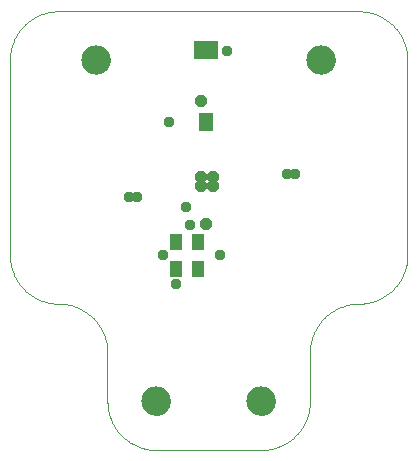
<source format=gts>
G75*
%MOIN*%
%OFA0B0*%
%FSLAX25Y25*%
%IPPOS*%
%LPD*%
%AMOC8*
5,1,8,0,0,1.08239X$1,22.5*
%
%ADD10C,0.00000*%
%ADD11C,0.09800*%
%ADD12R,0.03950X0.05524*%
%ADD13R,0.05131X0.05918*%
%ADD14R,0.08280X0.05918*%
%ADD15C,0.03778*%
%ADD16OC8,0.03778*%
D10*
X0047650Y0035150D02*
X0047645Y0035543D01*
X0047631Y0035935D01*
X0047607Y0036327D01*
X0047574Y0036718D01*
X0047532Y0037109D01*
X0047479Y0037498D01*
X0047418Y0037886D01*
X0047347Y0038272D01*
X0047267Y0038656D01*
X0047178Y0039039D01*
X0047079Y0039419D01*
X0046971Y0039797D01*
X0046855Y0040172D01*
X0046729Y0040544D01*
X0046594Y0040912D01*
X0046450Y0041278D01*
X0046298Y0041640D01*
X0046137Y0041998D01*
X0045967Y0042352D01*
X0045789Y0042702D01*
X0045602Y0043047D01*
X0045407Y0043388D01*
X0045204Y0043724D01*
X0044993Y0044055D01*
X0044773Y0044381D01*
X0044547Y0044702D01*
X0044312Y0045016D01*
X0044070Y0045326D01*
X0043820Y0045629D01*
X0043563Y0045926D01*
X0043299Y0046217D01*
X0043028Y0046501D01*
X0042751Y0046778D01*
X0042467Y0047049D01*
X0042176Y0047313D01*
X0041879Y0047570D01*
X0041576Y0047820D01*
X0041266Y0048062D01*
X0040952Y0048297D01*
X0040631Y0048523D01*
X0040305Y0048743D01*
X0039974Y0048954D01*
X0039638Y0049157D01*
X0039297Y0049352D01*
X0038952Y0049539D01*
X0038602Y0049717D01*
X0038248Y0049887D01*
X0037890Y0050048D01*
X0037528Y0050200D01*
X0037162Y0050344D01*
X0036794Y0050479D01*
X0036422Y0050605D01*
X0036047Y0050721D01*
X0035669Y0050829D01*
X0035289Y0050928D01*
X0034906Y0051017D01*
X0034522Y0051097D01*
X0034136Y0051168D01*
X0033748Y0051229D01*
X0033359Y0051282D01*
X0032968Y0051324D01*
X0032577Y0051357D01*
X0032185Y0051381D01*
X0031793Y0051395D01*
X0031400Y0051400D01*
X0031007Y0051405D01*
X0030615Y0051419D01*
X0030223Y0051443D01*
X0029832Y0051476D01*
X0029441Y0051518D01*
X0029052Y0051571D01*
X0028664Y0051632D01*
X0028278Y0051703D01*
X0027894Y0051783D01*
X0027511Y0051872D01*
X0027131Y0051971D01*
X0026753Y0052079D01*
X0026378Y0052195D01*
X0026006Y0052321D01*
X0025638Y0052456D01*
X0025272Y0052600D01*
X0024910Y0052752D01*
X0024552Y0052913D01*
X0024198Y0053083D01*
X0023848Y0053261D01*
X0023503Y0053448D01*
X0023162Y0053643D01*
X0022826Y0053846D01*
X0022495Y0054057D01*
X0022169Y0054277D01*
X0021848Y0054503D01*
X0021534Y0054738D01*
X0021224Y0054980D01*
X0020921Y0055230D01*
X0020624Y0055487D01*
X0020333Y0055751D01*
X0020049Y0056022D01*
X0019772Y0056299D01*
X0019501Y0056583D01*
X0019237Y0056874D01*
X0018980Y0057171D01*
X0018730Y0057474D01*
X0018488Y0057784D01*
X0018253Y0058098D01*
X0018027Y0058419D01*
X0017807Y0058745D01*
X0017596Y0059076D01*
X0017393Y0059412D01*
X0017198Y0059753D01*
X0017011Y0060098D01*
X0016833Y0060448D01*
X0016663Y0060802D01*
X0016502Y0061160D01*
X0016350Y0061522D01*
X0016206Y0061888D01*
X0016071Y0062256D01*
X0015945Y0062628D01*
X0015829Y0063003D01*
X0015721Y0063381D01*
X0015622Y0063761D01*
X0015533Y0064144D01*
X0015453Y0064528D01*
X0015382Y0064914D01*
X0015321Y0065302D01*
X0015268Y0065691D01*
X0015226Y0066082D01*
X0015193Y0066473D01*
X0015169Y0066865D01*
X0015155Y0067257D01*
X0015150Y0067650D01*
X0015150Y0132650D01*
X0015155Y0133043D01*
X0015169Y0133435D01*
X0015193Y0133827D01*
X0015226Y0134218D01*
X0015268Y0134609D01*
X0015321Y0134998D01*
X0015382Y0135386D01*
X0015453Y0135772D01*
X0015533Y0136156D01*
X0015622Y0136539D01*
X0015721Y0136919D01*
X0015829Y0137297D01*
X0015945Y0137672D01*
X0016071Y0138044D01*
X0016206Y0138412D01*
X0016350Y0138778D01*
X0016502Y0139140D01*
X0016663Y0139498D01*
X0016833Y0139852D01*
X0017011Y0140202D01*
X0017198Y0140547D01*
X0017393Y0140888D01*
X0017596Y0141224D01*
X0017807Y0141555D01*
X0018027Y0141881D01*
X0018253Y0142202D01*
X0018488Y0142516D01*
X0018730Y0142826D01*
X0018980Y0143129D01*
X0019237Y0143426D01*
X0019501Y0143717D01*
X0019772Y0144001D01*
X0020049Y0144278D01*
X0020333Y0144549D01*
X0020624Y0144813D01*
X0020921Y0145070D01*
X0021224Y0145320D01*
X0021534Y0145562D01*
X0021848Y0145797D01*
X0022169Y0146023D01*
X0022495Y0146243D01*
X0022826Y0146454D01*
X0023162Y0146657D01*
X0023503Y0146852D01*
X0023848Y0147039D01*
X0024198Y0147217D01*
X0024552Y0147387D01*
X0024910Y0147548D01*
X0025272Y0147700D01*
X0025638Y0147844D01*
X0026006Y0147979D01*
X0026378Y0148105D01*
X0026753Y0148221D01*
X0027131Y0148329D01*
X0027511Y0148428D01*
X0027894Y0148517D01*
X0028278Y0148597D01*
X0028664Y0148668D01*
X0029052Y0148729D01*
X0029441Y0148782D01*
X0029832Y0148824D01*
X0030223Y0148857D01*
X0030615Y0148881D01*
X0031007Y0148895D01*
X0031400Y0148900D01*
X0131400Y0148900D01*
X0131793Y0148895D01*
X0132185Y0148881D01*
X0132577Y0148857D01*
X0132968Y0148824D01*
X0133359Y0148782D01*
X0133748Y0148729D01*
X0134136Y0148668D01*
X0134522Y0148597D01*
X0134906Y0148517D01*
X0135289Y0148428D01*
X0135669Y0148329D01*
X0136047Y0148221D01*
X0136422Y0148105D01*
X0136794Y0147979D01*
X0137162Y0147844D01*
X0137528Y0147700D01*
X0137890Y0147548D01*
X0138248Y0147387D01*
X0138602Y0147217D01*
X0138952Y0147039D01*
X0139297Y0146852D01*
X0139638Y0146657D01*
X0139974Y0146454D01*
X0140305Y0146243D01*
X0140631Y0146023D01*
X0140952Y0145797D01*
X0141266Y0145562D01*
X0141576Y0145320D01*
X0141879Y0145070D01*
X0142176Y0144813D01*
X0142467Y0144549D01*
X0142751Y0144278D01*
X0143028Y0144001D01*
X0143299Y0143717D01*
X0143563Y0143426D01*
X0143820Y0143129D01*
X0144070Y0142826D01*
X0144312Y0142516D01*
X0144547Y0142202D01*
X0144773Y0141881D01*
X0144993Y0141555D01*
X0145204Y0141224D01*
X0145407Y0140888D01*
X0145602Y0140547D01*
X0145789Y0140202D01*
X0145967Y0139852D01*
X0146137Y0139498D01*
X0146298Y0139140D01*
X0146450Y0138778D01*
X0146594Y0138412D01*
X0146729Y0138044D01*
X0146855Y0137672D01*
X0146971Y0137297D01*
X0147079Y0136919D01*
X0147178Y0136539D01*
X0147267Y0136156D01*
X0147347Y0135772D01*
X0147418Y0135386D01*
X0147479Y0134998D01*
X0147532Y0134609D01*
X0147574Y0134218D01*
X0147607Y0133827D01*
X0147631Y0133435D01*
X0147645Y0133043D01*
X0147650Y0132650D01*
X0147650Y0067650D01*
X0147645Y0067257D01*
X0147631Y0066865D01*
X0147607Y0066473D01*
X0147574Y0066082D01*
X0147532Y0065691D01*
X0147479Y0065302D01*
X0147418Y0064914D01*
X0147347Y0064528D01*
X0147267Y0064144D01*
X0147178Y0063761D01*
X0147079Y0063381D01*
X0146971Y0063003D01*
X0146855Y0062628D01*
X0146729Y0062256D01*
X0146594Y0061888D01*
X0146450Y0061522D01*
X0146298Y0061160D01*
X0146137Y0060802D01*
X0145967Y0060448D01*
X0145789Y0060098D01*
X0145602Y0059753D01*
X0145407Y0059412D01*
X0145204Y0059076D01*
X0144993Y0058745D01*
X0144773Y0058419D01*
X0144547Y0058098D01*
X0144312Y0057784D01*
X0144070Y0057474D01*
X0143820Y0057171D01*
X0143563Y0056874D01*
X0143299Y0056583D01*
X0143028Y0056299D01*
X0142751Y0056022D01*
X0142467Y0055751D01*
X0142176Y0055487D01*
X0141879Y0055230D01*
X0141576Y0054980D01*
X0141266Y0054738D01*
X0140952Y0054503D01*
X0140631Y0054277D01*
X0140305Y0054057D01*
X0139974Y0053846D01*
X0139638Y0053643D01*
X0139297Y0053448D01*
X0138952Y0053261D01*
X0138602Y0053083D01*
X0138248Y0052913D01*
X0137890Y0052752D01*
X0137528Y0052600D01*
X0137162Y0052456D01*
X0136794Y0052321D01*
X0136422Y0052195D01*
X0136047Y0052079D01*
X0135669Y0051971D01*
X0135289Y0051872D01*
X0134906Y0051783D01*
X0134522Y0051703D01*
X0134136Y0051632D01*
X0133748Y0051571D01*
X0133359Y0051518D01*
X0132968Y0051476D01*
X0132577Y0051443D01*
X0132185Y0051419D01*
X0131793Y0051405D01*
X0131400Y0051400D01*
X0131007Y0051395D01*
X0130615Y0051381D01*
X0130223Y0051357D01*
X0129832Y0051324D01*
X0129441Y0051282D01*
X0129052Y0051229D01*
X0128664Y0051168D01*
X0128278Y0051097D01*
X0127894Y0051017D01*
X0127511Y0050928D01*
X0127131Y0050829D01*
X0126753Y0050721D01*
X0126378Y0050605D01*
X0126006Y0050479D01*
X0125638Y0050344D01*
X0125272Y0050200D01*
X0124910Y0050048D01*
X0124552Y0049887D01*
X0124198Y0049717D01*
X0123848Y0049539D01*
X0123503Y0049352D01*
X0123162Y0049157D01*
X0122826Y0048954D01*
X0122495Y0048743D01*
X0122169Y0048523D01*
X0121848Y0048297D01*
X0121534Y0048062D01*
X0121224Y0047820D01*
X0120921Y0047570D01*
X0120624Y0047313D01*
X0120333Y0047049D01*
X0120049Y0046778D01*
X0119772Y0046501D01*
X0119501Y0046217D01*
X0119237Y0045926D01*
X0118980Y0045629D01*
X0118730Y0045326D01*
X0118488Y0045016D01*
X0118253Y0044702D01*
X0118027Y0044381D01*
X0117807Y0044055D01*
X0117596Y0043724D01*
X0117393Y0043388D01*
X0117198Y0043047D01*
X0117011Y0042702D01*
X0116833Y0042352D01*
X0116663Y0041998D01*
X0116502Y0041640D01*
X0116350Y0041278D01*
X0116206Y0040912D01*
X0116071Y0040544D01*
X0115945Y0040172D01*
X0115829Y0039797D01*
X0115721Y0039419D01*
X0115622Y0039039D01*
X0115533Y0038656D01*
X0115453Y0038272D01*
X0115382Y0037886D01*
X0115321Y0037498D01*
X0115268Y0037109D01*
X0115226Y0036718D01*
X0115193Y0036327D01*
X0115169Y0035935D01*
X0115155Y0035543D01*
X0115150Y0035150D01*
X0115150Y0018900D01*
X0115145Y0018507D01*
X0115131Y0018115D01*
X0115107Y0017723D01*
X0115074Y0017332D01*
X0115032Y0016941D01*
X0114979Y0016552D01*
X0114918Y0016164D01*
X0114847Y0015778D01*
X0114767Y0015394D01*
X0114678Y0015011D01*
X0114579Y0014631D01*
X0114471Y0014253D01*
X0114355Y0013878D01*
X0114229Y0013506D01*
X0114094Y0013138D01*
X0113950Y0012772D01*
X0113798Y0012410D01*
X0113637Y0012052D01*
X0113467Y0011698D01*
X0113289Y0011348D01*
X0113102Y0011003D01*
X0112907Y0010662D01*
X0112704Y0010326D01*
X0112493Y0009995D01*
X0112273Y0009669D01*
X0112047Y0009348D01*
X0111812Y0009034D01*
X0111570Y0008724D01*
X0111320Y0008421D01*
X0111063Y0008124D01*
X0110799Y0007833D01*
X0110528Y0007549D01*
X0110251Y0007272D01*
X0109967Y0007001D01*
X0109676Y0006737D01*
X0109379Y0006480D01*
X0109076Y0006230D01*
X0108766Y0005988D01*
X0108452Y0005753D01*
X0108131Y0005527D01*
X0107805Y0005307D01*
X0107474Y0005096D01*
X0107138Y0004893D01*
X0106797Y0004698D01*
X0106452Y0004511D01*
X0106102Y0004333D01*
X0105748Y0004163D01*
X0105390Y0004002D01*
X0105028Y0003850D01*
X0104662Y0003706D01*
X0104294Y0003571D01*
X0103922Y0003445D01*
X0103547Y0003329D01*
X0103169Y0003221D01*
X0102789Y0003122D01*
X0102406Y0003033D01*
X0102022Y0002953D01*
X0101636Y0002882D01*
X0101248Y0002821D01*
X0100859Y0002768D01*
X0100468Y0002726D01*
X0100077Y0002693D01*
X0099685Y0002669D01*
X0099293Y0002655D01*
X0098900Y0002650D01*
X0063900Y0002650D01*
X0063507Y0002655D01*
X0063115Y0002669D01*
X0062723Y0002693D01*
X0062332Y0002726D01*
X0061941Y0002768D01*
X0061552Y0002821D01*
X0061164Y0002882D01*
X0060778Y0002953D01*
X0060394Y0003033D01*
X0060011Y0003122D01*
X0059631Y0003221D01*
X0059253Y0003329D01*
X0058878Y0003445D01*
X0058506Y0003571D01*
X0058138Y0003706D01*
X0057772Y0003850D01*
X0057410Y0004002D01*
X0057052Y0004163D01*
X0056698Y0004333D01*
X0056348Y0004511D01*
X0056003Y0004698D01*
X0055662Y0004893D01*
X0055326Y0005096D01*
X0054995Y0005307D01*
X0054669Y0005527D01*
X0054348Y0005753D01*
X0054034Y0005988D01*
X0053724Y0006230D01*
X0053421Y0006480D01*
X0053124Y0006737D01*
X0052833Y0007001D01*
X0052549Y0007272D01*
X0052272Y0007549D01*
X0052001Y0007833D01*
X0051737Y0008124D01*
X0051480Y0008421D01*
X0051230Y0008724D01*
X0050988Y0009034D01*
X0050753Y0009348D01*
X0050527Y0009669D01*
X0050307Y0009995D01*
X0050096Y0010326D01*
X0049893Y0010662D01*
X0049698Y0011003D01*
X0049511Y0011348D01*
X0049333Y0011698D01*
X0049163Y0012052D01*
X0049002Y0012410D01*
X0048850Y0012772D01*
X0048706Y0013138D01*
X0048571Y0013506D01*
X0048445Y0013878D01*
X0048329Y0014253D01*
X0048221Y0014631D01*
X0048122Y0015011D01*
X0048033Y0015394D01*
X0047953Y0015778D01*
X0047882Y0016164D01*
X0047821Y0016552D01*
X0047768Y0016941D01*
X0047726Y0017332D01*
X0047693Y0017723D01*
X0047669Y0018115D01*
X0047655Y0018507D01*
X0047650Y0018900D01*
X0047650Y0035150D01*
X0059400Y0018900D02*
X0059402Y0019034D01*
X0059408Y0019168D01*
X0059418Y0019301D01*
X0059432Y0019435D01*
X0059450Y0019568D01*
X0059472Y0019700D01*
X0059497Y0019831D01*
X0059527Y0019962D01*
X0059561Y0020092D01*
X0059598Y0020220D01*
X0059639Y0020348D01*
X0059684Y0020474D01*
X0059733Y0020599D01*
X0059785Y0020722D01*
X0059841Y0020844D01*
X0059901Y0020964D01*
X0059964Y0021082D01*
X0060031Y0021198D01*
X0060101Y0021312D01*
X0060175Y0021424D01*
X0060252Y0021534D01*
X0060332Y0021642D01*
X0060415Y0021747D01*
X0060501Y0021849D01*
X0060590Y0021949D01*
X0060683Y0022046D01*
X0060778Y0022141D01*
X0060876Y0022232D01*
X0060976Y0022321D01*
X0061079Y0022406D01*
X0061185Y0022489D01*
X0061293Y0022568D01*
X0061403Y0022644D01*
X0061516Y0022717D01*
X0061631Y0022786D01*
X0061747Y0022852D01*
X0061866Y0022914D01*
X0061986Y0022973D01*
X0062109Y0023028D01*
X0062232Y0023080D01*
X0062357Y0023127D01*
X0062484Y0023171D01*
X0062612Y0023212D01*
X0062741Y0023248D01*
X0062871Y0023281D01*
X0063002Y0023309D01*
X0063133Y0023334D01*
X0063266Y0023355D01*
X0063399Y0023372D01*
X0063532Y0023385D01*
X0063666Y0023394D01*
X0063800Y0023399D01*
X0063934Y0023400D01*
X0064067Y0023397D01*
X0064201Y0023390D01*
X0064335Y0023379D01*
X0064468Y0023364D01*
X0064601Y0023345D01*
X0064733Y0023322D01*
X0064864Y0023296D01*
X0064994Y0023265D01*
X0065124Y0023230D01*
X0065252Y0023192D01*
X0065379Y0023150D01*
X0065505Y0023104D01*
X0065630Y0023054D01*
X0065753Y0023001D01*
X0065874Y0022944D01*
X0065994Y0022883D01*
X0066111Y0022819D01*
X0066227Y0022752D01*
X0066341Y0022681D01*
X0066452Y0022606D01*
X0066561Y0022529D01*
X0066668Y0022448D01*
X0066773Y0022364D01*
X0066874Y0022277D01*
X0066974Y0022187D01*
X0067070Y0022094D01*
X0067164Y0021998D01*
X0067255Y0021899D01*
X0067342Y0021798D01*
X0067427Y0021694D01*
X0067509Y0021588D01*
X0067587Y0021480D01*
X0067662Y0021369D01*
X0067734Y0021256D01*
X0067803Y0021140D01*
X0067868Y0021023D01*
X0067929Y0020904D01*
X0067987Y0020783D01*
X0068041Y0020661D01*
X0068092Y0020537D01*
X0068139Y0020411D01*
X0068182Y0020284D01*
X0068221Y0020156D01*
X0068257Y0020027D01*
X0068288Y0019897D01*
X0068316Y0019766D01*
X0068340Y0019634D01*
X0068360Y0019501D01*
X0068376Y0019368D01*
X0068388Y0019235D01*
X0068396Y0019101D01*
X0068400Y0018967D01*
X0068400Y0018833D01*
X0068396Y0018699D01*
X0068388Y0018565D01*
X0068376Y0018432D01*
X0068360Y0018299D01*
X0068340Y0018166D01*
X0068316Y0018034D01*
X0068288Y0017903D01*
X0068257Y0017773D01*
X0068221Y0017644D01*
X0068182Y0017516D01*
X0068139Y0017389D01*
X0068092Y0017263D01*
X0068041Y0017139D01*
X0067987Y0017017D01*
X0067929Y0016896D01*
X0067868Y0016777D01*
X0067803Y0016660D01*
X0067734Y0016544D01*
X0067662Y0016431D01*
X0067587Y0016320D01*
X0067509Y0016212D01*
X0067427Y0016106D01*
X0067342Y0016002D01*
X0067255Y0015901D01*
X0067164Y0015802D01*
X0067070Y0015706D01*
X0066974Y0015613D01*
X0066874Y0015523D01*
X0066773Y0015436D01*
X0066668Y0015352D01*
X0066561Y0015271D01*
X0066452Y0015194D01*
X0066341Y0015119D01*
X0066227Y0015048D01*
X0066111Y0014981D01*
X0065994Y0014917D01*
X0065874Y0014856D01*
X0065753Y0014799D01*
X0065630Y0014746D01*
X0065505Y0014696D01*
X0065379Y0014650D01*
X0065252Y0014608D01*
X0065124Y0014570D01*
X0064994Y0014535D01*
X0064864Y0014504D01*
X0064733Y0014478D01*
X0064601Y0014455D01*
X0064468Y0014436D01*
X0064335Y0014421D01*
X0064201Y0014410D01*
X0064067Y0014403D01*
X0063934Y0014400D01*
X0063800Y0014401D01*
X0063666Y0014406D01*
X0063532Y0014415D01*
X0063399Y0014428D01*
X0063266Y0014445D01*
X0063133Y0014466D01*
X0063002Y0014491D01*
X0062871Y0014519D01*
X0062741Y0014552D01*
X0062612Y0014588D01*
X0062484Y0014629D01*
X0062357Y0014673D01*
X0062232Y0014720D01*
X0062109Y0014772D01*
X0061986Y0014827D01*
X0061866Y0014886D01*
X0061747Y0014948D01*
X0061631Y0015014D01*
X0061516Y0015083D01*
X0061403Y0015156D01*
X0061293Y0015232D01*
X0061185Y0015311D01*
X0061079Y0015394D01*
X0060976Y0015479D01*
X0060876Y0015568D01*
X0060778Y0015659D01*
X0060683Y0015754D01*
X0060590Y0015851D01*
X0060501Y0015951D01*
X0060415Y0016053D01*
X0060332Y0016158D01*
X0060252Y0016266D01*
X0060175Y0016376D01*
X0060101Y0016488D01*
X0060031Y0016602D01*
X0059964Y0016718D01*
X0059901Y0016836D01*
X0059841Y0016956D01*
X0059785Y0017078D01*
X0059733Y0017201D01*
X0059684Y0017326D01*
X0059639Y0017452D01*
X0059598Y0017580D01*
X0059561Y0017708D01*
X0059527Y0017838D01*
X0059497Y0017969D01*
X0059472Y0018100D01*
X0059450Y0018232D01*
X0059432Y0018365D01*
X0059418Y0018499D01*
X0059408Y0018632D01*
X0059402Y0018766D01*
X0059400Y0018900D01*
X0094400Y0018900D02*
X0094402Y0019034D01*
X0094408Y0019168D01*
X0094418Y0019301D01*
X0094432Y0019435D01*
X0094450Y0019568D01*
X0094472Y0019700D01*
X0094497Y0019831D01*
X0094527Y0019962D01*
X0094561Y0020092D01*
X0094598Y0020220D01*
X0094639Y0020348D01*
X0094684Y0020474D01*
X0094733Y0020599D01*
X0094785Y0020722D01*
X0094841Y0020844D01*
X0094901Y0020964D01*
X0094964Y0021082D01*
X0095031Y0021198D01*
X0095101Y0021312D01*
X0095175Y0021424D01*
X0095252Y0021534D01*
X0095332Y0021642D01*
X0095415Y0021747D01*
X0095501Y0021849D01*
X0095590Y0021949D01*
X0095683Y0022046D01*
X0095778Y0022141D01*
X0095876Y0022232D01*
X0095976Y0022321D01*
X0096079Y0022406D01*
X0096185Y0022489D01*
X0096293Y0022568D01*
X0096403Y0022644D01*
X0096516Y0022717D01*
X0096631Y0022786D01*
X0096747Y0022852D01*
X0096866Y0022914D01*
X0096986Y0022973D01*
X0097109Y0023028D01*
X0097232Y0023080D01*
X0097357Y0023127D01*
X0097484Y0023171D01*
X0097612Y0023212D01*
X0097741Y0023248D01*
X0097871Y0023281D01*
X0098002Y0023309D01*
X0098133Y0023334D01*
X0098266Y0023355D01*
X0098399Y0023372D01*
X0098532Y0023385D01*
X0098666Y0023394D01*
X0098800Y0023399D01*
X0098934Y0023400D01*
X0099067Y0023397D01*
X0099201Y0023390D01*
X0099335Y0023379D01*
X0099468Y0023364D01*
X0099601Y0023345D01*
X0099733Y0023322D01*
X0099864Y0023296D01*
X0099994Y0023265D01*
X0100124Y0023230D01*
X0100252Y0023192D01*
X0100379Y0023150D01*
X0100505Y0023104D01*
X0100630Y0023054D01*
X0100753Y0023001D01*
X0100874Y0022944D01*
X0100994Y0022883D01*
X0101111Y0022819D01*
X0101227Y0022752D01*
X0101341Y0022681D01*
X0101452Y0022606D01*
X0101561Y0022529D01*
X0101668Y0022448D01*
X0101773Y0022364D01*
X0101874Y0022277D01*
X0101974Y0022187D01*
X0102070Y0022094D01*
X0102164Y0021998D01*
X0102255Y0021899D01*
X0102342Y0021798D01*
X0102427Y0021694D01*
X0102509Y0021588D01*
X0102587Y0021480D01*
X0102662Y0021369D01*
X0102734Y0021256D01*
X0102803Y0021140D01*
X0102868Y0021023D01*
X0102929Y0020904D01*
X0102987Y0020783D01*
X0103041Y0020661D01*
X0103092Y0020537D01*
X0103139Y0020411D01*
X0103182Y0020284D01*
X0103221Y0020156D01*
X0103257Y0020027D01*
X0103288Y0019897D01*
X0103316Y0019766D01*
X0103340Y0019634D01*
X0103360Y0019501D01*
X0103376Y0019368D01*
X0103388Y0019235D01*
X0103396Y0019101D01*
X0103400Y0018967D01*
X0103400Y0018833D01*
X0103396Y0018699D01*
X0103388Y0018565D01*
X0103376Y0018432D01*
X0103360Y0018299D01*
X0103340Y0018166D01*
X0103316Y0018034D01*
X0103288Y0017903D01*
X0103257Y0017773D01*
X0103221Y0017644D01*
X0103182Y0017516D01*
X0103139Y0017389D01*
X0103092Y0017263D01*
X0103041Y0017139D01*
X0102987Y0017017D01*
X0102929Y0016896D01*
X0102868Y0016777D01*
X0102803Y0016660D01*
X0102734Y0016544D01*
X0102662Y0016431D01*
X0102587Y0016320D01*
X0102509Y0016212D01*
X0102427Y0016106D01*
X0102342Y0016002D01*
X0102255Y0015901D01*
X0102164Y0015802D01*
X0102070Y0015706D01*
X0101974Y0015613D01*
X0101874Y0015523D01*
X0101773Y0015436D01*
X0101668Y0015352D01*
X0101561Y0015271D01*
X0101452Y0015194D01*
X0101341Y0015119D01*
X0101227Y0015048D01*
X0101111Y0014981D01*
X0100994Y0014917D01*
X0100874Y0014856D01*
X0100753Y0014799D01*
X0100630Y0014746D01*
X0100505Y0014696D01*
X0100379Y0014650D01*
X0100252Y0014608D01*
X0100124Y0014570D01*
X0099994Y0014535D01*
X0099864Y0014504D01*
X0099733Y0014478D01*
X0099601Y0014455D01*
X0099468Y0014436D01*
X0099335Y0014421D01*
X0099201Y0014410D01*
X0099067Y0014403D01*
X0098934Y0014400D01*
X0098800Y0014401D01*
X0098666Y0014406D01*
X0098532Y0014415D01*
X0098399Y0014428D01*
X0098266Y0014445D01*
X0098133Y0014466D01*
X0098002Y0014491D01*
X0097871Y0014519D01*
X0097741Y0014552D01*
X0097612Y0014588D01*
X0097484Y0014629D01*
X0097357Y0014673D01*
X0097232Y0014720D01*
X0097109Y0014772D01*
X0096986Y0014827D01*
X0096866Y0014886D01*
X0096747Y0014948D01*
X0096631Y0015014D01*
X0096516Y0015083D01*
X0096403Y0015156D01*
X0096293Y0015232D01*
X0096185Y0015311D01*
X0096079Y0015394D01*
X0095976Y0015479D01*
X0095876Y0015568D01*
X0095778Y0015659D01*
X0095683Y0015754D01*
X0095590Y0015851D01*
X0095501Y0015951D01*
X0095415Y0016053D01*
X0095332Y0016158D01*
X0095252Y0016266D01*
X0095175Y0016376D01*
X0095101Y0016488D01*
X0095031Y0016602D01*
X0094964Y0016718D01*
X0094901Y0016836D01*
X0094841Y0016956D01*
X0094785Y0017078D01*
X0094733Y0017201D01*
X0094684Y0017326D01*
X0094639Y0017452D01*
X0094598Y0017580D01*
X0094561Y0017708D01*
X0094527Y0017838D01*
X0094497Y0017969D01*
X0094472Y0018100D01*
X0094450Y0018232D01*
X0094432Y0018365D01*
X0094418Y0018499D01*
X0094408Y0018632D01*
X0094402Y0018766D01*
X0094400Y0018900D01*
X0114400Y0132650D02*
X0114402Y0132784D01*
X0114408Y0132918D01*
X0114418Y0133051D01*
X0114432Y0133185D01*
X0114450Y0133318D01*
X0114472Y0133450D01*
X0114497Y0133581D01*
X0114527Y0133712D01*
X0114561Y0133842D01*
X0114598Y0133970D01*
X0114639Y0134098D01*
X0114684Y0134224D01*
X0114733Y0134349D01*
X0114785Y0134472D01*
X0114841Y0134594D01*
X0114901Y0134714D01*
X0114964Y0134832D01*
X0115031Y0134948D01*
X0115101Y0135062D01*
X0115175Y0135174D01*
X0115252Y0135284D01*
X0115332Y0135392D01*
X0115415Y0135497D01*
X0115501Y0135599D01*
X0115590Y0135699D01*
X0115683Y0135796D01*
X0115778Y0135891D01*
X0115876Y0135982D01*
X0115976Y0136071D01*
X0116079Y0136156D01*
X0116185Y0136239D01*
X0116293Y0136318D01*
X0116403Y0136394D01*
X0116516Y0136467D01*
X0116631Y0136536D01*
X0116747Y0136602D01*
X0116866Y0136664D01*
X0116986Y0136723D01*
X0117109Y0136778D01*
X0117232Y0136830D01*
X0117357Y0136877D01*
X0117484Y0136921D01*
X0117612Y0136962D01*
X0117741Y0136998D01*
X0117871Y0137031D01*
X0118002Y0137059D01*
X0118133Y0137084D01*
X0118266Y0137105D01*
X0118399Y0137122D01*
X0118532Y0137135D01*
X0118666Y0137144D01*
X0118800Y0137149D01*
X0118934Y0137150D01*
X0119067Y0137147D01*
X0119201Y0137140D01*
X0119335Y0137129D01*
X0119468Y0137114D01*
X0119601Y0137095D01*
X0119733Y0137072D01*
X0119864Y0137046D01*
X0119994Y0137015D01*
X0120124Y0136980D01*
X0120252Y0136942D01*
X0120379Y0136900D01*
X0120505Y0136854D01*
X0120630Y0136804D01*
X0120753Y0136751D01*
X0120874Y0136694D01*
X0120994Y0136633D01*
X0121111Y0136569D01*
X0121227Y0136502D01*
X0121341Y0136431D01*
X0121452Y0136356D01*
X0121561Y0136279D01*
X0121668Y0136198D01*
X0121773Y0136114D01*
X0121874Y0136027D01*
X0121974Y0135937D01*
X0122070Y0135844D01*
X0122164Y0135748D01*
X0122255Y0135649D01*
X0122342Y0135548D01*
X0122427Y0135444D01*
X0122509Y0135338D01*
X0122587Y0135230D01*
X0122662Y0135119D01*
X0122734Y0135006D01*
X0122803Y0134890D01*
X0122868Y0134773D01*
X0122929Y0134654D01*
X0122987Y0134533D01*
X0123041Y0134411D01*
X0123092Y0134287D01*
X0123139Y0134161D01*
X0123182Y0134034D01*
X0123221Y0133906D01*
X0123257Y0133777D01*
X0123288Y0133647D01*
X0123316Y0133516D01*
X0123340Y0133384D01*
X0123360Y0133251D01*
X0123376Y0133118D01*
X0123388Y0132985D01*
X0123396Y0132851D01*
X0123400Y0132717D01*
X0123400Y0132583D01*
X0123396Y0132449D01*
X0123388Y0132315D01*
X0123376Y0132182D01*
X0123360Y0132049D01*
X0123340Y0131916D01*
X0123316Y0131784D01*
X0123288Y0131653D01*
X0123257Y0131523D01*
X0123221Y0131394D01*
X0123182Y0131266D01*
X0123139Y0131139D01*
X0123092Y0131013D01*
X0123041Y0130889D01*
X0122987Y0130767D01*
X0122929Y0130646D01*
X0122868Y0130527D01*
X0122803Y0130410D01*
X0122734Y0130294D01*
X0122662Y0130181D01*
X0122587Y0130070D01*
X0122509Y0129962D01*
X0122427Y0129856D01*
X0122342Y0129752D01*
X0122255Y0129651D01*
X0122164Y0129552D01*
X0122070Y0129456D01*
X0121974Y0129363D01*
X0121874Y0129273D01*
X0121773Y0129186D01*
X0121668Y0129102D01*
X0121561Y0129021D01*
X0121452Y0128944D01*
X0121341Y0128869D01*
X0121227Y0128798D01*
X0121111Y0128731D01*
X0120994Y0128667D01*
X0120874Y0128606D01*
X0120753Y0128549D01*
X0120630Y0128496D01*
X0120505Y0128446D01*
X0120379Y0128400D01*
X0120252Y0128358D01*
X0120124Y0128320D01*
X0119994Y0128285D01*
X0119864Y0128254D01*
X0119733Y0128228D01*
X0119601Y0128205D01*
X0119468Y0128186D01*
X0119335Y0128171D01*
X0119201Y0128160D01*
X0119067Y0128153D01*
X0118934Y0128150D01*
X0118800Y0128151D01*
X0118666Y0128156D01*
X0118532Y0128165D01*
X0118399Y0128178D01*
X0118266Y0128195D01*
X0118133Y0128216D01*
X0118002Y0128241D01*
X0117871Y0128269D01*
X0117741Y0128302D01*
X0117612Y0128338D01*
X0117484Y0128379D01*
X0117357Y0128423D01*
X0117232Y0128470D01*
X0117109Y0128522D01*
X0116986Y0128577D01*
X0116866Y0128636D01*
X0116747Y0128698D01*
X0116631Y0128764D01*
X0116516Y0128833D01*
X0116403Y0128906D01*
X0116293Y0128982D01*
X0116185Y0129061D01*
X0116079Y0129144D01*
X0115976Y0129229D01*
X0115876Y0129318D01*
X0115778Y0129409D01*
X0115683Y0129504D01*
X0115590Y0129601D01*
X0115501Y0129701D01*
X0115415Y0129803D01*
X0115332Y0129908D01*
X0115252Y0130016D01*
X0115175Y0130126D01*
X0115101Y0130238D01*
X0115031Y0130352D01*
X0114964Y0130468D01*
X0114901Y0130586D01*
X0114841Y0130706D01*
X0114785Y0130828D01*
X0114733Y0130951D01*
X0114684Y0131076D01*
X0114639Y0131202D01*
X0114598Y0131330D01*
X0114561Y0131458D01*
X0114527Y0131588D01*
X0114497Y0131719D01*
X0114472Y0131850D01*
X0114450Y0131982D01*
X0114432Y0132115D01*
X0114418Y0132249D01*
X0114408Y0132382D01*
X0114402Y0132516D01*
X0114400Y0132650D01*
X0039400Y0132650D02*
X0039402Y0132784D01*
X0039408Y0132918D01*
X0039418Y0133051D01*
X0039432Y0133185D01*
X0039450Y0133318D01*
X0039472Y0133450D01*
X0039497Y0133581D01*
X0039527Y0133712D01*
X0039561Y0133842D01*
X0039598Y0133970D01*
X0039639Y0134098D01*
X0039684Y0134224D01*
X0039733Y0134349D01*
X0039785Y0134472D01*
X0039841Y0134594D01*
X0039901Y0134714D01*
X0039964Y0134832D01*
X0040031Y0134948D01*
X0040101Y0135062D01*
X0040175Y0135174D01*
X0040252Y0135284D01*
X0040332Y0135392D01*
X0040415Y0135497D01*
X0040501Y0135599D01*
X0040590Y0135699D01*
X0040683Y0135796D01*
X0040778Y0135891D01*
X0040876Y0135982D01*
X0040976Y0136071D01*
X0041079Y0136156D01*
X0041185Y0136239D01*
X0041293Y0136318D01*
X0041403Y0136394D01*
X0041516Y0136467D01*
X0041631Y0136536D01*
X0041747Y0136602D01*
X0041866Y0136664D01*
X0041986Y0136723D01*
X0042109Y0136778D01*
X0042232Y0136830D01*
X0042357Y0136877D01*
X0042484Y0136921D01*
X0042612Y0136962D01*
X0042741Y0136998D01*
X0042871Y0137031D01*
X0043002Y0137059D01*
X0043133Y0137084D01*
X0043266Y0137105D01*
X0043399Y0137122D01*
X0043532Y0137135D01*
X0043666Y0137144D01*
X0043800Y0137149D01*
X0043934Y0137150D01*
X0044067Y0137147D01*
X0044201Y0137140D01*
X0044335Y0137129D01*
X0044468Y0137114D01*
X0044601Y0137095D01*
X0044733Y0137072D01*
X0044864Y0137046D01*
X0044994Y0137015D01*
X0045124Y0136980D01*
X0045252Y0136942D01*
X0045379Y0136900D01*
X0045505Y0136854D01*
X0045630Y0136804D01*
X0045753Y0136751D01*
X0045874Y0136694D01*
X0045994Y0136633D01*
X0046111Y0136569D01*
X0046227Y0136502D01*
X0046341Y0136431D01*
X0046452Y0136356D01*
X0046561Y0136279D01*
X0046668Y0136198D01*
X0046773Y0136114D01*
X0046874Y0136027D01*
X0046974Y0135937D01*
X0047070Y0135844D01*
X0047164Y0135748D01*
X0047255Y0135649D01*
X0047342Y0135548D01*
X0047427Y0135444D01*
X0047509Y0135338D01*
X0047587Y0135230D01*
X0047662Y0135119D01*
X0047734Y0135006D01*
X0047803Y0134890D01*
X0047868Y0134773D01*
X0047929Y0134654D01*
X0047987Y0134533D01*
X0048041Y0134411D01*
X0048092Y0134287D01*
X0048139Y0134161D01*
X0048182Y0134034D01*
X0048221Y0133906D01*
X0048257Y0133777D01*
X0048288Y0133647D01*
X0048316Y0133516D01*
X0048340Y0133384D01*
X0048360Y0133251D01*
X0048376Y0133118D01*
X0048388Y0132985D01*
X0048396Y0132851D01*
X0048400Y0132717D01*
X0048400Y0132583D01*
X0048396Y0132449D01*
X0048388Y0132315D01*
X0048376Y0132182D01*
X0048360Y0132049D01*
X0048340Y0131916D01*
X0048316Y0131784D01*
X0048288Y0131653D01*
X0048257Y0131523D01*
X0048221Y0131394D01*
X0048182Y0131266D01*
X0048139Y0131139D01*
X0048092Y0131013D01*
X0048041Y0130889D01*
X0047987Y0130767D01*
X0047929Y0130646D01*
X0047868Y0130527D01*
X0047803Y0130410D01*
X0047734Y0130294D01*
X0047662Y0130181D01*
X0047587Y0130070D01*
X0047509Y0129962D01*
X0047427Y0129856D01*
X0047342Y0129752D01*
X0047255Y0129651D01*
X0047164Y0129552D01*
X0047070Y0129456D01*
X0046974Y0129363D01*
X0046874Y0129273D01*
X0046773Y0129186D01*
X0046668Y0129102D01*
X0046561Y0129021D01*
X0046452Y0128944D01*
X0046341Y0128869D01*
X0046227Y0128798D01*
X0046111Y0128731D01*
X0045994Y0128667D01*
X0045874Y0128606D01*
X0045753Y0128549D01*
X0045630Y0128496D01*
X0045505Y0128446D01*
X0045379Y0128400D01*
X0045252Y0128358D01*
X0045124Y0128320D01*
X0044994Y0128285D01*
X0044864Y0128254D01*
X0044733Y0128228D01*
X0044601Y0128205D01*
X0044468Y0128186D01*
X0044335Y0128171D01*
X0044201Y0128160D01*
X0044067Y0128153D01*
X0043934Y0128150D01*
X0043800Y0128151D01*
X0043666Y0128156D01*
X0043532Y0128165D01*
X0043399Y0128178D01*
X0043266Y0128195D01*
X0043133Y0128216D01*
X0043002Y0128241D01*
X0042871Y0128269D01*
X0042741Y0128302D01*
X0042612Y0128338D01*
X0042484Y0128379D01*
X0042357Y0128423D01*
X0042232Y0128470D01*
X0042109Y0128522D01*
X0041986Y0128577D01*
X0041866Y0128636D01*
X0041747Y0128698D01*
X0041631Y0128764D01*
X0041516Y0128833D01*
X0041403Y0128906D01*
X0041293Y0128982D01*
X0041185Y0129061D01*
X0041079Y0129144D01*
X0040976Y0129229D01*
X0040876Y0129318D01*
X0040778Y0129409D01*
X0040683Y0129504D01*
X0040590Y0129601D01*
X0040501Y0129701D01*
X0040415Y0129803D01*
X0040332Y0129908D01*
X0040252Y0130016D01*
X0040175Y0130126D01*
X0040101Y0130238D01*
X0040031Y0130352D01*
X0039964Y0130468D01*
X0039901Y0130586D01*
X0039841Y0130706D01*
X0039785Y0130828D01*
X0039733Y0130951D01*
X0039684Y0131076D01*
X0039639Y0131202D01*
X0039598Y0131330D01*
X0039561Y0131458D01*
X0039527Y0131588D01*
X0039497Y0131719D01*
X0039472Y0131850D01*
X0039450Y0131982D01*
X0039432Y0132115D01*
X0039418Y0132249D01*
X0039408Y0132382D01*
X0039402Y0132516D01*
X0039400Y0132650D01*
D11*
X0043900Y0132650D03*
X0118900Y0132650D03*
X0098900Y0018900D03*
X0063900Y0018900D03*
D12*
X0070607Y0063150D03*
X0077693Y0063150D03*
X0077693Y0072150D03*
X0070607Y0072150D03*
D13*
X0080367Y0111950D03*
D14*
X0080367Y0135966D03*
D15*
X0087600Y0135800D03*
X0068300Y0111900D03*
X0057400Y0087150D03*
X0054900Y0087150D03*
X0073900Y0083650D03*
X0075150Y0077650D03*
X0066204Y0067650D03*
X0070400Y0058150D03*
X0085150Y0067650D03*
X0107650Y0094650D03*
X0110150Y0094650D03*
D16*
X0082900Y0093650D03*
X0082900Y0090650D03*
X0078900Y0090650D03*
X0078900Y0093650D03*
X0080400Y0078150D03*
X0078900Y0118900D03*
M02*

</source>
